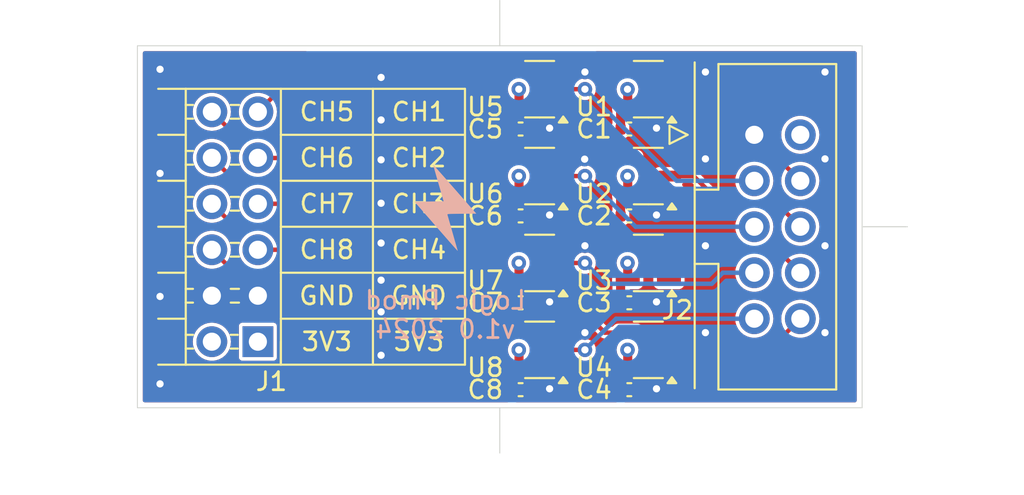
<source format=kicad_pcb>
(kicad_pcb (version 20240108) (generator "pcbnew") (generator_version "8.0")
  (title_block (title "Logic Pmod") (date "2024-03-01") (rev "v1.0") (company "Spark Engineering"))
  (layers (0 "F.Cu" mixed) (1 "In1.Cu" power) (2 "In2.Cu" power) (31 "B.Cu" mixed) (34 "B.Paste" user) (35 "F.Paste" user) (36 "B.SilkS" user "B.Silkscreen") (37 "F.SilkS" user "F.Silkscreen") (38 "B.Mask" user) (39 "F.Mask" user) (44 "Edge.Cuts" user))
  (net 0 "")
  (net 1 "/CH1")
  (net 2 "/IN1")
  (net 3 "+3V3")
  (net 4 "GND")
  (net 6 "/CH2")
  (net 7 "/IN2")
  (net 9 "/IN3")
  (net 11 "/CH3")
  (net 12 "/IN4")
  (net 13 "/CH4")
  (net 15 "/IN5")
  (net 16 "/CH5")
  (net 18 "/IN6")
  (net 20 "/CH6")
  (net 22 "/IN7")
  (net 23 "/CH7")
  (net 25 "/IN8")
  (net 26 "/CH8")
  (footprint "Capacitor_SMD:C_0402_1005Metric" (layer "F.Cu") (at 156.75 111.6)
    (property "Reference" "C2" (at -1.95 0 0) (layer "F.SilkS"))
    (property "Value" "100nF")
    (fp_line (start -0.107836 -0.36) (end 0.107836 -0.36) (stroke (width 0.12)) (layer "F.SilkS"))
    (fp_line (start -0.107836 0.36) (end 0.107836 0.36) (stroke (width 0.12)) (layer "F.SilkS"))
    (pad "1" smd roundrect (at -0.48 0) (size 0.56 0.62) (layers "F.Cu" "F.Paste" "F.Mask") (net 3 "+3V3"))
    (pad "2" smd roundrect (at 0.48 0) (size 0.56 0.62) (layers "F.Cu" "F.Paste" "F.Mask") (net 4 "GND"))
  )
  (footprint "Package_TO_SOT_SMD:SOT-23-5" (layer "F.Cu") (at 157.8 119 180)
    (property "Reference" "U4" (at 3 -0.975 180) (layer "F.SilkS"))
    (property "Value" "SN74LV1T34DBV")
    (fp_line (start 0 1.56) (end 0.8 1.56) (stroke (width 0.12)) (layer "F.SilkS"))
    (fp_line (start 0 1.56) (end -0.8 1.56) (stroke (width 0.12)) (layer "F.SilkS"))
    (fp_line (start 0 -1.56) (end 0.8 -1.56) (stroke (width 0.12)) (layer "F.SilkS"))
    (fp_line (start 0 -1.56) (end -0.8 -1.56) (stroke (width 0.12)) (layer "F.SilkS"))
    (fp_poly (pts (xy -1.3 -1.51) (xy -1.54 -1.84) (xy -1.06 -1.84) (xy -1.3 -1.51)) (stroke (width 0.12)) (fill solid) (layer "F.SilkS"))
    (pad "1" smd roundrect (at -1.1375 -0.95 180) (size 1.325 0.6) (layers "F.Cu" "F.Paste" "F.Mask"))
    (pad "2" smd roundrect (at -1.1375 0 180) (size 1.325 0.6) (layers "F.Cu" "F.Paste" "F.Mask") (net 12 "/IN4"))
    (pad "3" smd roundrect (at -1.1375 0.95 180) (size 1.325 0.6) (layers "F.Cu" "F.Paste" "F.Mask") (net 4 "GND"))
    (pad "4" smd roundrect (at 1.1375 0.95 180) (size 1.325 0.6) (layers "F.Cu" "F.Paste" "F.Mask") (net 13 "/CH4"))
    (pad "5" smd roundrect (at 1.1375 -0.95 180) (size 1.325 0.6) (layers "F.Cu" "F.Paste" "F.Mask") (net 3 "+3V3"))
  )
  (footprint "Capacitor_SMD:C_0402_1005Metric" (layer "F.Cu") (at 150.75 121.2)
    (property "Reference" "C8" (at -1.95 0 0) (layer "F.SilkS"))
    (property "Value" "100nF")
    (fp_line (start -0.107836 -0.36) (end 0.107836 -0.36) (stroke (width 0.12)) (layer "F.SilkS"))
    (fp_line (start -0.107836 0.36) (end 0.107836 0.36) (stroke (width 0.12)) (layer "F.SilkS"))
    (pad "1" smd roundrect (at -0.48 0) (size 0.56 0.62) (layers "F.Cu" "F.Paste" "F.Mask") (net 3 "+3V3"))
    (pad "2" smd roundrect (at 0.48 0) (size 0.56 0.62) (layers "F.Cu" "F.Paste" "F.Mask") (net 4 "GND"))
  )
  (footprint "Capacitor_SMD:C_0402_1005Metric" (layer "F.Cu") (at 156.75 116.4)
    (property "Reference" "C3" (at -1.95 0 0) (layer "F.SilkS"))
    (property "Value" "100nF")
    (fp_line (start -0.107836 -0.36) (end 0.107836 -0.36) (stroke (width 0.12)) (layer "F.SilkS"))
    (fp_line (start -0.107836 0.36) (end 0.107836 0.36) (stroke (width 0.12)) (layer "F.SilkS"))
    (pad "1" smd roundrect (at -0.48 0) (size 0.56 0.62) (layers "F.Cu" "F.Paste" "F.Mask") (net 3 "+3V3"))
    (pad "2" smd roundrect (at 0.48 0) (size 0.56 0.62) (layers "F.Cu" "F.Paste" "F.Mask") (net 4 "GND"))
  )
  (footprint "Package_TO_SOT_SMD:SOT-23-5" (layer "F.Cu") (at 151.8 109.4 180)
    (property "Reference" "U6" (at 3 -0.975 180) (layer "F.SilkS"))
    (property "Value" "SN74LV1T34DBV")
    (fp_line (start 0 1.56) (end 0.8 1.56) (stroke (width 0.12)) (layer "F.SilkS"))
    (fp_line (start 0 1.56) (end -0.8 1.56) (stroke (width 0.12)) (layer "F.SilkS"))
    (fp_line (start 0 -1.56) (end 0.8 -1.56) (stroke (width 0.12)) (layer "F.SilkS"))
    (fp_line (start 0 -1.56) (end -0.8 -1.56) (stroke (width 0.12)) (layer "F.SilkS"))
    (fp_poly (pts (xy -1.3 -1.51) (xy -1.54 -1.84) (xy -1.06 -1.84) (xy -1.3 -1.51)) (stroke (width 0.12)) (fill solid) (layer "F.SilkS"))
    (pad "1" smd roundrect (at -1.1375 -0.95 180) (size 1.325 0.6) (layers "F.Cu" "F.Paste" "F.Mask"))
    (pad "2" smd roundrect (at -1.1375 0 180) (size 1.325 0.6) (layers "F.Cu" "F.Paste" "F.Mask") (net 18 "/IN6"))
    (pad "3" smd roundrect (at -1.1375 0.95 180) (size 1.325 0.6) (layers "F.Cu" "F.Paste" "F.Mask") (net 4 "GND"))
    (pad "4" smd roundrect (at 1.1375 0.95 180) (size 1.325 0.6) (layers "F.Cu" "F.Paste" "F.Mask") (net 20 "/CH6"))
    (pad "5" smd roundrect (at 1.1375 -0.95 180) (size 1.325 0.6) (layers "F.Cu" "F.Paste" "F.Mask") (net 3 "+3V3"))
  )
  (footprint "Package_TO_SOT_SMD:SOT-23-5" (layer "F.Cu") (at 151.8 114.2 180)
    (property "Reference" "U7" (at 3 -0.975 180) (layer "F.SilkS"))
    (property "Value" "SN74LV1T34DBV")
    (fp_line (start 0 1.56) (end 0.8 1.56) (stroke (width 0.12)) (layer "F.SilkS"))
    (fp_line (start 0 1.56) (end -0.8 1.56) (stroke (width 0.12)) (layer "F.SilkS"))
    (fp_line (start 0 -1.56) (end 0.8 -1.56) (stroke (width 0.12)) (layer "F.SilkS"))
    (fp_line (start 0 -1.56) (end -0.8 -1.56) (stroke (width 0.12)) (layer "F.SilkS"))
    (fp_poly (pts (xy -1.3 -1.51) (xy -1.54 -1.84) (xy -1.06 -1.84) (xy -1.3 -1.51)) (stroke (width 0.12)) (fill solid) (layer "F.SilkS"))
    (pad "1" smd roundrect (at -1.1375 -0.95 180) (size 1.325 0.6) (layers "F.Cu" "F.Paste" "F.Mask"))
    (pad "2" smd roundrect (at -1.1375 0 180) (size 1.325 0.6) (layers "F.Cu" "F.Paste" "F.Mask") (net 22 "/IN7"))
    (pad "3" smd roundrect (at -1.1375 0.95 180) (size 1.325 0.6) (layers "F.Cu" "F.Paste" "F.Mask") (net 4 "GND"))
    (pad "4" smd roundrect (at 1.1375 0.95 180) (size 1.325 0.6) (layers "F.Cu" "F.Paste" "F.Mask") (net 23 "/CH7"))
    (pad "5" smd roundrect (at 1.1375 -0.95 180) (size 1.325 0.6) (layers "F.Cu" "F.Paste" "F.Mask") (net 3 "+3V3"))
  )
  (footprint "Capacitor_SMD:C_0402_1005Metric" (layer "F.Cu") (at 156.75 106.8)
    (property "Reference" "C1" (at -1.95 0 0) (layer "F.SilkS"))
    (property "Value" "100nF")
    (fp_line (start -0.107836 -0.36) (end 0.107836 -0.36) (stroke (width 0.12)) (layer "F.SilkS"))
    (fp_line (start -0.107836 0.36) (end 0.107836 0.36) (stroke (width 0.12)) (layer "F.SilkS"))
    (pad "1" smd roundrect (at -0.48 0) (size 0.56 0.62) (layers "F.Cu" "F.Paste" "F.Mask") (net 3 "+3V3"))
    (pad "2" smd roundrect (at 0.48 0) (size 0.56 0.62) (layers "F.Cu" "F.Paste" "F.Mask") (net 4 "GND"))
  )
  (footprint "Package_TO_SOT_SMD:SOT-23-5" (layer "F.Cu") (at 157.8 109.4 180)
    (property "Reference" "U2" (at 3 -0.975 180) (layer "F.SilkS"))
    (property "Value" "SN74LV1T34DBV")
    (fp_line (start 0 1.56) (end 0.8 1.56) (stroke (width 0.12)) (layer "F.SilkS"))
    (fp_line (start 0 1.56) (end -0.8 1.56) (stroke (width 0.12)) (layer "F.SilkS"))
    (fp_line (start 0 -1.56) (end 0.8 -1.56) (stroke (width 0.12)) (layer "F.SilkS"))
    (fp_line (start 0 -1.56) (end -0.8 -1.56) (stroke (width 0.12)) (layer "F.SilkS"))
    (fp_poly (pts (xy -1.3 -1.51) (xy -1.54 -1.84) (xy -1.06 -1.84) (xy -1.3 -1.51)) (stroke (width 0.12)) (fill solid) (layer "F.SilkS"))
    (pad "1" smd roundrect (at -1.1375 -0.95 180) (size 1.325 0.6) (layers "F.Cu" "F.Paste" "F.Mask"))
    (pad "2" smd roundrect (at -1.1375 0 180) (size 1.325 0.6) (layers "F.Cu" "F.Paste" "F.Mask") (net 7 "/IN2"))
    (pad "3" smd roundrect (at -1.1375 0.95 180) (size 1.325 0.6) (layers "F.Cu" "F.Paste" "F.Mask") (net 4 "GND"))
    (pad "4" smd roundrect (at 1.1375 0.95 180) (size 1.325 0.6) (layers "F.Cu" "F.Paste" "F.Mask") (net 6 "/CH2"))
    (pad "5" smd roundrect (at 1.1375 -0.95 180) (size 1.325 0.6) (layers "F.Cu" "F.Paste" "F.Mask") (net 3 "+3V3"))
  )
  (footprint "Package_TO_SOT_SMD:SOT-23-5" (layer "F.Cu") (at 157.8 104.6 180)
    (property "Reference" "U1" (at 3 -0.975 180) (layer "F.SilkS"))
    (property "Value" "SN74LV1T34DBV")
    (fp_line (start 0 1.56) (end 0.8 1.56) (stroke (width 0.12)) (layer "F.SilkS"))
    (fp_line (start 0 1.56) (end -0.8 1.56) (stroke (width 0.12)) (layer "F.SilkS"))
    (fp_line (start 0 -1.56) (end 0.8 -1.56) (stroke (width 0.12)) (layer "F.SilkS"))
    (fp_line (start 0 -1.56) (end -0.8 -1.56) (stroke (width 0.12)) (layer "F.SilkS"))
    (fp_poly (pts (xy -1.3 -1.51) (xy -1.54 -1.84) (xy -1.06 -1.84) (xy -1.3 -1.51)) (stroke (width 0.12)) (fill solid) (layer "F.SilkS"))
    (pad "1" smd roundrect (at -1.1375 -0.95 180) (size 1.325 0.6) (layers "F.Cu" "F.Paste" "F.Mask"))
    (pad "2" smd roundrect (at -1.1375 0 180) (size 1.325 0.6) (layers "F.Cu" "F.Paste" "F.Mask") (net 2 "/IN1"))
    (pad "3" smd roundrect (at -1.1375 0.95 180) (size 1.325 0.6) (layers "F.Cu" "F.Paste" "F.Mask") (net 4 "GND"))
    (pad "4" smd roundrect (at 1.1375 0.95 180) (size 1.325 0.6) (layers "F.Cu" "F.Paste" "F.Mask") (net 1 "/CH1"))
    (pad "5" smd roundrect (at 1.1375 -0.95 180) (size 1.325 0.6) (layers "F.Cu" "F.Paste" "F.Mask") (net 3 "+3V3"))
  )
  (footprint "Package_TO_SOT_SMD:SOT-23-5" (layer "F.Cu") (at 157.8 114.2 180)
    (property "Reference" "U3" (at 3 -0.975 180) (layer "F.SilkS"))
    (property "Value" "SN74LV1T34DBV")
    (fp_line (start 0 1.56) (end 0.8 1.56) (stroke (width 0.12)) (layer "F.SilkS"))
    (fp_line (start 0 1.56) (end -0.8 1.56) (stroke (width 0.12)) (layer "F.SilkS"))
    (fp_line (start 0 -1.56) (end 0.8 -1.56) (stroke (width 0.12)) (layer "F.SilkS"))
    (fp_line (start 0 -1.56) (end -0.8 -1.56) (stroke (width 0.12)) (layer "F.SilkS"))
    (fp_poly (pts (xy -1.3 -1.51) (xy -1.54 -1.84) (xy -1.06 -1.84) (xy -1.3 -1.51)) (stroke (width 0.12)) (fill solid) (layer "F.SilkS"))
    (pad "1" smd roundrect (at -1.1375 -0.95 180) (size 1.325 0.6) (layers "F.Cu" "F.Paste" "F.Mask"))
    (pad "2" smd roundrect (at -1.1375 0 180) (size 1.325 0.6) (layers "F.Cu" "F.Paste" "F.Mask") (net 9 "/IN3"))
    (pad "3" smd roundrect (at -1.1375 0.95 180) (size 1.325 0.6) (layers "F.Cu" "F.Paste" "F.Mask") (net 4 "GND"))
    (pad "4" smd roundrect (at 1.1375 0.95 180) (size 1.325 0.6) (layers "F.Cu" "F.Paste" "F.Mask") (net 11 "/CH3"))
    (pad "5" smd roundrect (at 1.1375 -0.95 180) (size 1.325 0.6) (layers "F.Cu" "F.Paste" "F.Mask") (net 3 "+3V3"))
  )
  (footprint "Capacitor_SMD:C_0402_1005Metric" (layer "F.Cu") (at 150.75 116.4)
    (property "Reference" "C7" (at -1.95 0 0) (layer "F.SilkS"))
    (property "Value" "100nF")
    (fp_line (start -0.107836 -0.36) (end 0.107836 -0.36) (stroke (width 0.12)) (layer "F.SilkS"))
    (fp_line (start -0.107836 0.36) (end 0.107836 0.36) (stroke (width 0.12)) (layer "F.SilkS"))
    (pad "1" smd roundrect (at -0.48 0) (size 0.56 0.62) (layers "F.Cu" "F.Paste" "F.Mask") (net 3 "+3V3"))
    (pad "2" smd roundrect (at 0.48 0) (size 0.56 0.62) (layers "F.Cu" "F.Paste" "F.Mask") (net 4 "GND"))
  )
  (footprint "logic-pmod:PinHeader_2x06_P2.54mm_Horizontal" (layer "F.Cu") (at 136.25 118.55 180)
    (property "Reference" "J1" (at -0.75 -2.2 180) (layer "F.SilkS"))
    (property "Value" "Conn_02x06_Odd_Even")
    (fp_line (start 5.5 -1.27) (end 3.98 -1.27) (stroke (width 0.12)) (layer "F.SilkS"))
    (fp_line (start 3.98 13.97) (end 5.5 13.97) (stroke (width 0.12)) (layer "F.SilkS"))
    (fp_line (start 3.98 11.43) (end 5.5 11.43) (stroke (width 0.12)) (layer "F.SilkS"))
    (fp_line (start 3.98 8.89) (end 5.5 8.89) (stroke (width 0.12)) (layer "F.SilkS"))
    (fp_line (start 3.98 6.35) (end 5.5 6.35) (stroke (width 0.12)) (layer "F.SilkS"))
    (fp_line (start 3.98 3.81) (end 5.5 3.81) (stroke (width 0.12)) (layer "F.SilkS"))
    (fp_line (start 3.98 1.27) (end 5.5 1.27) (stroke (width 0.12)) (layer "F.SilkS"))
    (fp_line (start 3.98 -1.27) (end 3.98 13.97) (stroke (width 0.12)) (layer "F.SilkS"))
    (fp_line (start 3.582929 13.08) (end 3.98 13.08) (stroke (width 0.12)) (layer "F.SilkS"))
    (fp_line (start 3.582929 12.32) (end 3.98 12.32) (stroke (width 0.12)) (layer "F.SilkS"))
    (fp_line (start 3.582929 10.54) (end 3.98 10.54) (stroke (width 0.12)) (layer "F.SilkS"))
    (fp_line (start 3.582929 9.78) (end 3.98 9.78) (stroke (width 0.12)) (layer "F.SilkS"))
    (fp_line (start 3.582929 8) (end 3.98 8) (stroke (width 0.12)) (layer "F.SilkS"))
    (fp_line (start 3.582929 7.24) (end 3.98 7.24) (stroke (width 0.12)) (layer "F.SilkS"))
    (fp_line (start 3.582929 5.46) (end 3.98 5.46) (stroke (width 0.12)) (layer "F.SilkS"))
    (fp_line (start 3.582929 4.7) (end 3.98 4.7) (stroke (width 0.12)) (layer "F.SilkS"))
    (fp_line (start 3.582929 2.92) (end 3.98 2.92) (stroke (width 0.12)) (layer "F.SilkS"))
    (fp_line (start 3.582929 2.16) (end 3.98 2.16) (stroke (width 0.12)) (layer "F.SilkS"))
    (fp_line (start 3.582929 0.38) (end 3.98 0.38) (stroke (width 0.12)) (layer "F.SilkS"))
    (fp_line (start 3.582929 -0.38) (end 3.98 -0.38) (stroke (width 0.12)) (layer "F.SilkS"))
    (fp_line (start 1.11 0.38) (end 1.497071 0.38) (stroke (width 0.12)) (layer "F.SilkS"))
    (fp_line (start 1.11 -0.38) (end 1.497071 -0.38) (stroke (width 0.12)) (layer "F.SilkS"))
    (fp_line (start 1.042929 13.08) (end 1.497071 13.08) (stroke (width 0.12)) (layer "F.SilkS"))
    (fp_line (start 1.042929 12.32) (end 1.497071 12.32) (stroke (width 0.12)) (layer "F.SilkS"))
    (fp_line (start 1.042929 10.54) (end 1.497071 10.54) (stroke (width 0.12)) (layer "F.SilkS"))
    (fp_line (start 1.042929 9.78) (end 1.497071 9.78) (stroke (width 0.12)) (layer "F.SilkS"))
    (fp_line (start 1.042929 8) (end 1.497071 8) (stroke (width 0.12)) (layer "F.SilkS"))
    (fp_line (start 1.042929 7.24) (end 1.497071 7.24) (stroke (width 0.12)) (layer "F.SilkS"))
    (fp_line (start 1.042929 5.46) (end 1.497071 5.46) (stroke (width 0.12)) (layer "F.SilkS"))
    (fp_line (start 1.042929 4.7) (end 1.497071 4.7) (stroke (width 0.12)) (layer "F.SilkS"))
    (fp_line (start 1.042929 2.92) (end 1.497071 2.92) (stroke (width 0.12)) (layer "F.SilkS"))
    (fp_line (start 1.042929 2.16) (end 1.497071 2.16) (stroke (width 0.12)) (layer "F.SilkS"))
    (fp_line (start -1.27 0) (end -1.27 -1.27) (stroke (width 0.12)) (layer "F.SilkS"))
    (pad "1" thru_hole rect (at 0 0 180) (size 1.7 1.7) (drill 1) (layers "*.Cu" "*.Mask") (net 3 "+3V3"))
    (pad "2" thru_hole oval (at 2.54 0 180) (size 1.7 1.7) (drill 1) (layers "*.Cu" "*.Mask") (net 3 "+3V3"))
    (pad "3" thru_hole oval (at 0 2.54 180) (size 1.7 1.7) (drill 1) (layers "*.Cu" "*.Mask") (net 4 "GND"))
    (pad "4" thru_hole oval (at 2.54 2.54 180) (size 1.7 1.7) (drill 1) (layers "*.Cu" "*.Mask") (net 4 "GND"))
    (pad "5" thru_hole oval (at 0 5.08 180) (size 1.7 1.7) (drill 1) (layers "*.Cu" "*.Mask") (net 13 "/CH4"))
    (pad "6" thru_hole oval (at 2.54 5.08 180) (size 1.7 1.7) (drill 1) (layers "*.Cu" "*.Mask") (net 26 "/CH8"))
    (pad "7" thru_hole oval (at 0 7.62 180) (size 1.7 1.7) (drill 1) (layers "*.Cu" "*.Mask") (net 11 "/CH3"))
    (pad "8" thru_hole oval (at 2.54 7.62 180) (size 1.7 1.7) (drill 1) (layers "*.Cu" "*.Mask") (net 23 "/CH7"))
    (pad "9" thru_hole oval (at 0 10.16 180) (size 1.7 1.7) (drill 1) (layers "*.Cu" "*.Mask") (net 6 "/CH2"))
    (pad "10" thru_hole oval (at 2.54 10.16 180) (size 1.7 1.7) (drill 1) (layers "*.Cu" "*.Mask") (net 20 "/CH6"))
    (pad "11" thru_hole oval (at 0 12.7 180) (size 1.7 1.7) (drill 1) (layers "*.Cu" "*.Mask") (net 1 "/CH1"))
    (pad "12" thru_hole oval (at 2.54 12.7 180) (size 1.7 1.7) (drill 1) (layers "*.Cu" "*.Mask") (net 16 "/CH5"))
  )
  (footprint "logic-pmod:IDC-Header_2x05_P2.54mm_Vertical" (layer "F.Cu") (at 163.6475 107.12)
    (property "Reference" "J2" (at -4.2475 9.68 0) (layer "F.SilkS"))
    (property "Value" "Conn_02x05_Odd_Even")
    (fp_line (start -4.68 -0.5) (end -4.68 0.5) (stroke (width 0.12)) (layer "F.SilkS"))
    (fp_line (start -4.68 0.5) (end -3.68 0) (stroke (width 0.12)) (layer "F.SilkS"))
    (fp_line (start -3.68 0) (end -4.68 -0.5) (stroke (width 0.12)) (layer "F.SilkS"))
    (fp_line (start -3.29 3.03) (end -1.98 3.03) (stroke (width 0.12)) (layer "F.SilkS"))
    (fp_line (start -3.29 14) (end -3.29 -4) (stroke (width 0.12)) (layer "F.SilkS"))
    (fp_line (start -1.98 -3.91) (end 4.52 -3.91) (stroke (width 0.12)) (layer "F.SilkS"))
    (fp_line (start -1.98 3.03) (end -1.98 -3.91) (stroke (width 0.12)) (layer "F.SilkS"))
    (fp_line (start -1.98 7.13) (end -3.29 7.13) (stroke (width 0.12)) (layer "F.SilkS"))
    (fp_line (start -1.98 7.13) (end -1.98 7.13) (stroke (width 0.12)) (layer "F.SilkS"))
    (fp_line (start -1.98 14.07) (end -1.98 7.13) (stroke (width 0.12)) (layer "F.SilkS"))
    (fp_line (start 4.52 -3.91) (end 4.52 14.07) (stroke (width 0.12)) (layer "F.SilkS"))
    (fp_line (start 4.52 14.07) (end -1.98 14.07) (stroke (width 0.12)) (layer "F.SilkS"))
    (pad "1" thru_hole roundrect (at 0 0) (size 1.7 1.7) (drill 1) (layers "*.Cu" "*.Mask") (roundrect_rratio 0.147059) (net 4 "GND"))
    (pad "2" thru_hole circle (at 2.54 0) (size 1.7 1.7) (drill 1) (layers "*.Cu" "*.Mask") (net 3 "+3V3"))
    (pad "3" thru_hole circle (at 0 2.54) (size 1.7 1.7) (drill 1) (layers "*.Cu" "*.Mask") (net 15 "/IN5"))
    (pad "4" thru_hole circle (at 2.54 2.54) (size 1.7 1.7) (drill 1) (layers "*.Cu" "*.Mask") (net 2 "/IN1"))
    (pad "5" thru_hole circle (at 0 5.08) (size 1.7 1.7) (drill 1) (layers "*.Cu" "*.Mask") (net 18 "/IN6"))
    (pad "6" thru_hole circle (at 2.54 5.08) (size 1.7 1.7) (drill 1) (layers "*.Cu" "*.Mask") (net 7 "/IN2"))
    (pad "7" thru_hole circle (at 0 7.62) (size 1.7 1.7) (drill 1) (layers "*.Cu" "*.Mask") (net 22 "/IN7"))
    (pad "8" thru_hole circle (at 2.54 7.62) (size 1.7 1.7) (drill 1) (layers "*.Cu" "*.Mask") (net 9 "/IN3"))
    (pad "9" thru_hole circle (at 0 10.16) (size 1.7 1.7) (drill 1) (layers "*.Cu" "*.Mask") (net 25 "/IN8"))
    (pad "10" thru_hole circle (at 2.54 10.16) (size 1.7 1.7) (drill 1) (layers "*.Cu" "*.Mask") (net 12 "/IN4"))
  )
  (footprint "Capacitor_SMD:C_0402_1005Metric" (layer "F.Cu") (at 156.75 121.2)
    (property "Reference" "C4" (at -1.95 0 0) (layer "F.SilkS"))
    (property "Value" "100nF")
    (fp_line (start -0.107836 -0.36) (end 0.107836 -0.36) (stroke (width 0.12)) (layer "F.SilkS"))
    (fp_line (start -0.107836 0.36) (end 0.107836 0.36) (stroke (width 0.12)) (layer "F.SilkS"))
    (pad "1" smd roundrect (at -0.48 0) (size 0.56 0.62) (layers "F.Cu" "F.Paste" "F.Mask") (net 3 "+3V3"))
    (pad "2" smd roundrect (at 0.48 0) (size 0.56 0.62) (layers "F.Cu" "F.Paste" "F.Mask") (net 4 "GND"))
  )
  (footprint "Capacitor_SMD:C_0402_1005Metric" (layer "F.Cu") (at 150.75 111.6)
    (property "Reference" "C6" (at -1.95 0 0) (layer "F.SilkS"))
    (property "Value" "100nF")
    (fp_line (start -0.107836 -0.36) (end 0.107836 -0.36) (stroke (width 0.12)) (layer "F.SilkS"))
    (fp_line (start -0.107836 0.36) (end 0.107836 0.36) (stroke (width 0.12)) (layer "F.SilkS"))
    (pad "1" smd roundrect (at -0.48 0) (size 0.56 0.62) (layers "F.Cu" "F.Paste" "F.Mask") (net 3 "+3V3"))
    (pad "2" smd roundrect (at 0.48 0) (size 0.56 0.62) (layers "F.Cu" "F.Paste" "F.Mask") (net 4 "GND"))
  )
  (footprint "Package_TO_SOT_SMD:SOT-23-5" (layer "F.Cu") (at 151.8 119 180)
    (property "Reference" "U8" (at 3 -0.975 180) (layer "F.SilkS"))
    (property "Value" "SN74LV1T34DBV")
    (fp_line (start 0 1.56) (end 0.8 1.56) (stroke (width 0.12)) (layer "F.SilkS"))
    (fp_line (start 0 1.56) (end -0.8 1.56) (stroke (width 0.12)) (layer "F.SilkS"))
    (fp_line (start 0 -1.56) (end 0.8 -1.56) (stroke (width 0.12)) (layer "F.SilkS"))
    (fp_line (start 0 -1.56) (end -0.8 -1.56) (stroke (width 0.12)) (layer "F.SilkS"))
    (fp_poly (pts (xy -1.3 -1.51) (xy -1.54 -1.84) (xy -1.06 -1.84) (xy -1.3 -1.51)) (stroke (width 0.12)) (fill solid) (layer "F.SilkS"))
    (pad "1" smd roundrect (at -1.1375 -0.95 180) (size 1.325 0.6) (layers "F.Cu" "F.Paste" "F.Mask"))
    (pad "2" smd roundrect (at -1.1375 0 180) (size 1.325 0.6) (layers "F.Cu" "F.Paste" "F.Mask") (net 25 "/IN8"))
    (pad "3" smd roundrect (at -1.1375 0.95 180) (size 1.325 0.6) (layers "F.Cu" "F.Paste" "F.Mask") (net 4 "GND"))
    (pad "4" smd roundrect (at 1.1375 0.95 180) (size 1.325 0.6) (layers "F.Cu" "F.Paste" "F.Mask") (net 26 "/CH8"))
    (pad "5" smd roundrect (at 1.1375 -0.95 180) (size 1.325 0.6) (layers "F.Cu" "F.Paste" "F.Mask") (net 3 "+3V3"))
  )
  (footprint "Capacitor_SMD:C_0402_1005Metric" (layer "F.Cu") (at 150.75 106.8)
    (property "Reference" "C5" (at -1.95 0 0) (layer "F.SilkS"))
    (property "Value" "100nF")
    (fp_line (start -0.107836 -0.36) (end 0.107836 -0.36) (stroke (width 0.12)) (layer "F.SilkS"))
    (fp_line (start -0.107836 0.36) (end 0.107836 0.36) (stroke (width 0.12)) (layer "F.SilkS"))
    (pad "1" smd roundrect (at -0.48 0) (size 0.56 0.62) (layers "F.Cu" "F.Paste" "F.Mask") (net 3 "+3V3"))
    (pad "2" smd roundrect (at 0.48 0) (size 0.56 0.62) (layers "F.Cu" "F.Paste" "F.Mask") (net 4 "GND"))
  )
  (footprint "Package_TO_SOT_SMD:SOT-23-5" (layer "F.Cu") (at 151.8 104.6 180)
    (property "Reference" "U5" (at 3 -0.975 180) (layer "F.SilkS"))
    (property "Value" "SN74LV1T34DBV")
    (fp_line (start 0 1.56) (end 0.8 1.56) (stroke (width 0.12)) (layer "F.SilkS"))
    (fp_line (start 0 1.56) (end -0.8 1.56) (stroke (width 0.12)) (layer "F.SilkS"))
    (fp_line (start 0 -1.56) (end 0.8 -1.56) (stroke (width 0.12)) (layer "F.SilkS"))
    (fp_line (start 0 -1.56) (end -0.8 -1.56) (stroke (width 0.12)) (layer "F.SilkS"))
    (fp_poly (pts (xy -1.3 -1.51) (xy -1.54 -1.84) (xy -1.06 -1.84) (xy -1.3 -1.51)) (stroke (width 0.12)) (fill solid) (layer "F.SilkS"))
    (pad "1" smd roundrect (at -1.1375 -0.95 180) (size 1.325 0.6) (layers "F.Cu" "F.Paste" "F.Mask"))
    (pad "2" smd roundrect (at -1.1375 0 180) (size 1.325 0.6) (layers "F.Cu" "F.Paste" "F.Mask") (net 15 "/IN5"))
    (pad "3" smd roundrect (at -1.1375 0.95 180) (size 1.325 0.6) (layers "F.Cu" "F.Paste" "F.Mask") (net 4 "GND"))
    (pad "4" smd roundrect (at 1.1375 0.95 180) (size 1.325 0.6) (layers "F.Cu" "F.Paste" "F.Mask") (net 16 "/CH5"))
    (pad "5" smd roundrect (at 1.1375 -0.95 180) (size 1.325 0.6) (layers "F.Cu" "F.Paste" "F.Mask") (net 3 "+3V3"))
  )
  (footprint "logic-pmod:spark-engineering" (layer "B.Cu") (at 146.741884 111.146164 180)
    (property "Reference" "REF**" (hide yes))
    (property "Value" "spark-engineering")
    (fp_poly (pts (xy 0.821053 2.376731) (xy 0.814365 2.349762) (xy 0.795466 2.280816) (xy 0.765758 2.174827) (xy 0.726642 2.03673) (xy 0.679517 1.871459) (xy 0.625784 1.683948) (xy 0.566845 1.479132) (xy 0.531153 1.355481) (xy 0.241787 0.354135) (xy 1.045048 0.341923) (xy 1.848309 0.329712) (xy 0.697824 -0.989135) (xy 0.467856 -1.252739) (xy 0.267929 -1.481836) (xy 0.095978 -1.678734) (xy -0.050059 -1.845741) (xy -0.172247 -1.985164) (xy -0.272648 -2.099311) (xy -0.353326 -2.190489) (xy -0.416345 -2.261006) (xy -0.463768 -2.313171) (xy -0.497658 -2.349289) (xy -0.520079 -2.371671) (xy -0.533094 -2.382622) (xy -0.538767 -2.384451) (xy -0.53916 -2.379465) (xy -0.536338 -2.369973) (xy -0.536019 -2.369038) (xy -0.526783 -2.338202) (xy -0.505707 -2.265571) (xy -0.474277 -2.156342) (xy -0.433983 -2.015711) (xy -0.386313 -1.848877) (xy -0.332755 -1.661037) (xy -0.274797 -1.457386) (xy -0.252773 -1.379904) (xy -0.193539 -1.171499) (xy -0.138165 -0.976765) (xy -0.08814 -0.800939) (xy -0.044958 -0.649257) (xy -0.010109 -0.526959) (xy 0.014917 -0.43928) (xy 0.028627 -0.391458) (xy 0.030509 -0.384995) (xy 0.031261 -0.373388) (xy 0.022687 -0.36403) (xy 0 -0.356624) (xy -0.04159 -0.350875) (xy -0.106869 -0.346487) (xy -0.200628 -0.343165) (xy -0.327654 -0.340613) (xy -0.492737 -0.338535) (xy -0.700663 -0.336636) (xy -0.760706 -0.336148) (xy -1.564542 -0.329712) (xy -0.371477 1.033462) (xy -0.178928 1.253213) (xy 0.003979 1.461467) (xy 0.174752 1.655419) (xy 0.330898 1.83226) (xy 0.469926 1.989183) (xy 0.589342 2.123382) (xy 0.686655 2.232048) (xy 0.759372 2.312374) (xy 0.805001 2.361554) (xy 0.82105 2.376779)) (fill solid) (layer "B.SilkS"))
  )
  (gr_line (start 137.52 109.66) (end 147.68 109.66) (stroke (width 0.12)) (layer "F.SilkS"))
  (gr_line (start 137.52 104.58) (end 137.52 119.82) (stroke (width 0.12)) (layer "F.SilkS"))
  (gr_line (start 132.27 119.82) (end 147.68 119.82) (stroke (width 0.12)) (layer "F.SilkS"))
  (gr_line (start 137.52 107.12) (end 147.68 107.12) (stroke (width 0.12)) (layer "F.SilkS"))
  (gr_line (start 137.52 114.74) (end 147.68 114.74) (stroke (width 0.12)) (layer "F.SilkS"))
  (gr_line (start 132.27 104.58) (end 147.68 104.58) (stroke (width 0.12)) (layer "F.SilkS"))
  (gr_line (start 142.6 104.58) (end 142.6 119.82) (stroke (width 0.12)) (layer "F.SilkS"))
  (gr_line (start 147.68 119.82) (end 147.68 104.58) (stroke (width 0.12)) (layer "F.SilkS"))
  (gr_line (start 137.52 112.2) (end 147.68 112.2) (stroke (width 0.12)) (layer "F.SilkS"))
  (gr_line (start 137.52 117.28) (end 147.68 117.28) (stroke (width 0.12)) (layer "F.SilkS"))
  (gr_line (start 149.6 102.2) (end 149.6 99.7) (stroke (width 0.05588)) (layer "Edge.Cuts"))
  (gr_rect (start 129.6 102.2) (end 169.6 122.2) (stroke (width 0.05)) (fill none) (layer "Edge.Cuts"))
  (gr_line (start 149.6 122.2) (end 149.6 124.7) (stroke (width 0.05588)) (layer "Edge.Cuts"))
  (gr_line (start 169.6 112.2) (end 172.1 112.2) (stroke (width 0.05588)) (layer "Edge.Cuts"))
  (gr_text "Logic Pmod\nv1.0 2024" (at 146.6 118.45 0) (layer "B.SilkS") (effects (font (size 1 1)) (justify bottom mirror)))
  (gr_text "GND" (at 140.06 116.01 0) (layer "F.SilkS") (effects (font (size 1 1))))
  (gr_text "CH3" (at 145.14 110.93 0) (layer "F.SilkS") (effects (font (size 1 1))))
  (gr_text "CH1" (at 145.14 105.85 0) (layer "F.SilkS") (effects (font (size 1 1))))
  (gr_text "GND" (at 145.14 116.01 0) (layer "F.SilkS") (effects (font (size 1 1))))
  (gr_text "CH4" (at 145.14 113.47 0) (layer "F.SilkS") (effects (font (size 1 1))))
  (gr_text "CH2" (at 145.14 108.39 0) (layer "F.SilkS") (effects (font (size 1 1))))
  (gr_text "3V3" (at 145.14 118.55 0) (layer "F.SilkS") (effects (font (size 1 1))))
  (gr_text "CH7" (at 140.06 110.93 0) (layer "F.SilkS") (effects (font (size 1 1))))
  (gr_text "CH8" (at 140.06 113.47 0) (layer "F.SilkS") (effects (font (size 1 1))))
  (gr_text "CH6" (at 140.06 108.39 0) (layer "F.SilkS") (effects (font (size 1 1))))
  (gr_text "CH5" (at 140.06 105.85 0) (layer "F.SilkS") (effects (font (size 1 1))))
  (gr_text "3V3" (at 140.06 118.55 0) (layer "F.SilkS") (effects (font (size 1 1))))
  (segment (start 156.6625 103.65) (end 155.4 103.65) (width 0.245) (layer "F.Cu") (net 1))
  (segment (start 145.187505 102.8275) (end 145.067505 102.8275) (width 0.245) (layer "F.Cu") (net 1))
  (segment (start 154.5775 102.8275) (end 146.267505 102.8275) (width 0.245) (layer "F.Cu") (net 1))
  (segment (start 155.4 103.65) (end 154.5775 102.8275) (width 0.245) (layer "F.Cu") (net 1))
  (segment (start 139.2725 102.8275) (end 136.25 105.85) (width 0.245) (layer "F.Cu") (net 1))
  (segment (start 145.427505 103.24509) (end 145.427505 103.0675) (width 0.245) (layer "F.Cu") (net 1))
  (segment (start 145.067505 102.8275) (end 142.822067 102.8275) (width 0.245) (layer "F.Cu") (net 1))
  (segment (start 146.027505 103.0675) (end 146.027505 103.24509) (width 0.245) (layer "F.Cu") (net 1))
  (segment (start 145.787505 103.48509) (end 145.667505 103.48509) (width 0.245) (layer "F.Cu") (net 1))
  (segment (start 142.822067 102.8275) (end 139.2725 102.8275) (width 0.245) (layer "F.Cu") (net 1))
  (arc (start 145.667505 103.48509) (mid 145.497799 103.414796) (end 145.427505 103.24509) (width 0.245) (layer "F.Cu") (net 1))
  (arc (start 146.267505 102.8275) (mid 146.097799 102.897794) (end 146.027505 103.0675) (width 0.245) (layer "F.Cu") (net 1))
  (arc (start 146.027505 103.24509) (mid 145.957211 103.414796) (end 145.787505 103.48509) (width 0.245) (layer "F.Cu") (net 1))
  (arc (start 145.427505 103.0675) (mid 145.357211 102.897794) (end 145.187505 102.8275) (width 0.245) (layer "F.Cu") (net 1))
  (segment (start 158.9375 104.6) (end 160.4 104.6) (width 0.245) (layer "F.Cu") (net 2))
  (segment (start 161.4 105.6) (end 161.4 107.3) (width 0.245) (layer "F.Cu") (net 2))
  (segment (start 164.9275 108.4) (end 166.1875 109.66) (width 0.245) (layer "F.Cu") (net 2))
  (segment (start 162.5 108.4) (end 164.9275 108.4) (width 0.245) (layer "F.Cu") (net 2))
  (segment (start 161.4 107.3) (end 162.5 108.4) (width 0.245) (layer "F.Cu") (net 2))
  (segment (start 160.4 104.6) (end 161.4 105.6) (width 0.245) (layer "F.Cu") (net 2))
  (segment (start 150.27 121.2) (end 150.27 119.97) (width 0.5) (layer "F.Cu") (net 3))
  (segment (start 150.6625 105.55) (end 150.6625 104.6125) (width 0.5) (layer "F.Cu") (net 3))
  (segment (start 150.6625 119.0125) (end 150.65 119) (width 0.5) (layer "F.Cu") (net 3))
  (segment (start 150.6625 114.2125) (end 150.65 114.2) (width 0.5) (layer "F.Cu") (net 3))
  (segment (start 156.6625 105.55) (end 156.6625 104.6125) (width 0.5) (layer "F.Cu") (net 3))
  (segment (start 150.6625 110.35) (end 150.6625 109.4125) (width 0.5) (layer "F.Cu") (net 3))
  (segment (start 156.27 105.57) (end 156.29 105.55) (width 0.5) (layer "F.Cu") (net 3))
  (segment (start 150.6625 104.6125) (end 150.65 104.6) (width 0.5) (layer "F.Cu") (net 3))
  (segment (start 156.27 121.2) (end 156.27 119.97) (width 0.5) (layer "F.Cu") (net 3))
  (segment (start 150.6625 109.4125) (end 150.65 109.4) (width 0.5) (layer "F.Cu") (net 3))
  (segment (start 156.6625 119.0125) (end 156.65 119) (width 0.5) (layer "F.Cu") (net 3))
  (segment (start 150.34 115.15) (end 150.6625 115.15) (width 0.5) (layer "F.Cu") (net 3))
  (segment (start 150.27 119.97) (end 150.29 119.95) (width 0.5) (layer "F.Cu") (net 3))
  (segment (start 150.29 105.55) (end 150.6625 105.55) (width 0.5) (layer "F.Cu") (net 3))
  (segment (start 156.29 119.95) (end 156.6625 119.95) (width 0.5) (layer "F.Cu") (net 3))
  (segment (start 156.29 115.15) (end 156.6625 115.15) (width 0.5) (layer "F.Cu") (net 3))
  (segment (start 156.6625 119.95) (end 156.6625 119.0125) (width 0.5) (layer "F.Cu") (net 3))
  (segment (start 156.27 115.17) (end 156.29 115.15) (width 0.5) (layer "F.Cu") (net 3))
  (segment (start 156.6625 114.2125) (end 156.65 114.2) (width 0.5) (layer "F.Cu") (net 3))
  (segment (start 156.27 110.37) (end 156.29 110.35) (width 0.5) (layer "F.Cu") (net 3))
  (segment (start 156.27 116.4) (end 156.27 115.17) (width 0.5) (layer "F.Cu") (net 3))
  (segment (start 150.29 119.95) (end 150.6625 119.95) (width 0.5) (layer "F.Cu") (net 3))
  (segment (start 156.6625 115.15) (end 156.6625 114.2125) (width 0.5) (layer "F.Cu") (net 3))
  (segment (start 150.27 105.57) (end 150.29 105.55) (width 0.5) (layer "F.Cu") (net 3))
  (segment (start 156.29 110.35) (end 156.6625 110.35) (width 0.5) (layer "F.Cu") (net 3))
  (segment (start 150.6625 115.15) (end 150.6625 114.2125) (width 0.5) (layer "F.Cu") (net 3))
  (segment (start 150.27 106.8) (end 150.27 105.57) (width 0.5) (layer "F.Cu") (net 3))
  (segment (start 150.29 110.35) (end 150.6625 110.35) (width 0.5) (layer "F.Cu") (net 3))
  (segment (start 156.27 106.8) (end 156.27 105.57) (width 0.5) (layer "F.Cu") (net 3))
  (segment (start 150.6625 119.95) (end 150.6625 119.0125) (width 0.5) (layer "F.Cu") (net 3))
  (segment (start 156.27 119.97) (end 156.29 119.95) (width 0.5) (layer "F.Cu") (net 3))
  (segment (start 156.6625 109.4125) (end 156.65 109.4) (width 0.5) (layer "F.Cu") (net 3))
  (segment (start 156.6625 104.6125) (end 156.65 104.6) (width 0.5) (layer "F.Cu") (net 3))
  (segment (start 150.27 110.37) (end 150.29 110.35) (width 0.5) (layer "F.Cu") (net 3))
  (segment (start 156.29 105.55) (end 156.6625 105.55) (width 0.5) (layer "F.Cu") (net 3))
  (segment (start 156.6625 110.35) (end 156.6625 109.4125) (width 0.5) (layer "F.Cu") (net 3))
  (segment (start 150.27 115.22) (end 150.34 115.15) (width 0.5) (layer "F.Cu") (net 3))
  (segment (start 156.27 111.6) (end 156.27 110.37) (width 0.5) (layer "F.Cu") (net 3))
  (segment (start 150.27 111.6) (end 150.27 110.37) (width 0.5) (layer "F.Cu") (net 3))
  (segment (start 150.27 116.4) (end 150.27 115.22) (width 0.5) (layer "F.Cu") (net 3))
  (via (at 150.65 104.6) (size 0.8) (drill 0.4) (layers "F.Cu" "B.Cu") (net 3))
  (via (at 150.65 114.2) (size 0.8) (drill 0.4) (layers "F.Cu" "B.Cu") (net 3))
  (via (at 156.65 109.4) (size 0.8) (drill 0.4) (layers "F.Cu" "B.Cu") (net 3))
  (via (at 150.65 109.4) (size 0.8) (drill 0.4) (layers "F.Cu" "B.Cu") (net 3))
  (via (at 156.65 114.2) (size 0.8) (drill 0.4) (layers "F.Cu" "B.Cu") (net 3))
  (via (at 156.65 104.6) (size 0.8) (drill 0.4) (layers "F.Cu" "B.Cu") (net 3))
  (via (at 156.65 119) (size 0.8) (drill 0.4) (layers "F.Cu" "B.Cu") (net 3))
  (via (at 150.65 119) (size 0.8) (drill 0.4) (layers "F.Cu" "B.Cu") (net 3))
  (via (at 160.95 103.65) (size 0.8) (drill 0.4) (layers "F.Cu" "B.Cu") (net 4))
  (via (at 130.85 120.88) (size 0.8) (drill 0.4) (layers "F.Cu" "B.Cu") (net 4))
  (via (at 152.35 106.75) (size 0.8) (drill 0.4) (layers "F.Cu" "B.Cu") (net 4))
  (via (at 143.05 119.3) (size 0.8) (drill 0.4) (layers "F.Cu" "B.Cu") (net 4))
  (via (at 154.3 103.65) (size 0.8) (drill 0.4) (layers "F.Cu" "B.Cu") (net 4))
  (via (at 167.55 108.45) (size 0.8) (drill 0.4) (layers "F.Cu" "B.Cu") (net 4))
  (via (at 160.95 113.25) (size 0.8) (drill 0.4) (layers "F.Cu" "B.Cu") (net 4))
  (via (at 130.85 109.25) (size 0.8) (drill 0.4) (layers "F.Cu" "B.Cu") (net 4))
  (via (at 160.95 118.05) (size 0.8) (drill 0.4) (layers "F.Cu" "B.Cu") (net 4))
  (via (at 154.284825 108.465175) (size 0.8) (drill 0.4) (layers "F.Cu" "B.Cu") (net 4))
  (via (at 143.05 113.1) (size 0.8) (drill 0.4) (layers "F.Cu" "B.Cu") (net 4))
  (via (at 152.35 116.35) (size 0.8) (drill 0.4) (layers "F.Cu" "B.Cu") (net 4))
  (via (at 160.95 108.45) (size 0.8) (drill 0.4) (layers "F.Cu" "B.Cu") (net 4))
  (via (at 167.55 118.05) (size 0.8) (drill 0.4) (layers "F.Cu" "B.Cu") (net 4))
  (via (at 167.55 103.65) (size 0.8) (drill 0.4) (layers "F.Cu" "B.Cu") (net 4))
  (via (at 143.05 115.15) (size 0.8) (drill 0.4) (layers "F.Cu" "B.Cu") (net 4))
  (via (at 158.25 106.75) (size 0.8) (drill 0.4) (layers "F.Cu" "B.Cu") (net 4))
  (via (at 152.35 121.15) (size 0.8) (drill 0.4) (layers "F.Cu" "B.Cu") (net 4))
  (via (at 152.35 111.55) (size 0.8) (drill 0.4) (layers "F.Cu" "B.Cu") (net 4))
  (via (at 143.05 108.5) (size 0.8) (drill 0.4) (layers "F.Cu" "B.Cu") (net 4))
  (via (at 158.25 111.55) (size 0.8) (drill 0.4) (layers "F.Cu" "B.Cu") (net 4))
  (via (at 154.3 118.05) (size 0.8) (drill 0.4) (layers "F.Cu" "B.Cu") (net 4))
  (via (at 143.05 103.95) (size 0.8) (drill 0.4) (layers "F.Cu" "B.Cu") (net 4))
  (via (at 143.05 116.9) (size 0.8) (drill 0.4) (layers "F.Cu" "B.Cu") (net 4))
  (via (at 130.85 103.5) (size 0.8) (drill 0.4) (layers "F.Cu" "B.Cu") (net 4))
  (via (at 158.25 121.15) (size 0.8) (drill 0.4) (layers "F.Cu" "B.Cu") (net 4))
  (via (at 143.05 110.9) (size 0.8) (drill 0.4) (layers "F.Cu" "B.Cu") (net 4))
  (via (at 143.05 106.3) (size 0.8) (drill 0.4) (layers "F.Cu" "B.Cu") (net 4))
  (via (at 130.85 116.05) (size 0.8) (drill 0.4) (layers "F.Cu" "B.Cu") (net 4))
  (via (at 158.25 116.35) (size 0.8) (drill 0.4) (layers "F.Cu" "B.Cu") (net 4))
  (via (at 167.55 113.25) (size 0.8) (drill 0.4) (layers "F.Cu" "B.Cu") (net 4))
  (via (at 154.3 113.25) (size 0.8) (drill 0.4) (layers "F.Cu" "B.Cu") (net 4))
  (segment (start 136.26 108.4) (end 136.25 108.39) (width 0.245) (layer "F.Cu") (net 6))
  (segment (start 139.4 107.5) (end 138.5 108.4) (width 0.245) (layer "F.Cu") (net 6))
  (segment (start 156.6625 108.45) (end 155.3 108.45) (width 0.245) (layer "F.Cu") (net 6))
  (segment (start 144.766774 108.007643) (end 144.766774 107.74) (width 0.245) (layer "F.Cu") (net 6))
  (segment (start 145.726774 106.752368) (end 145.606774 106.752368) (width 0.245) (layer "F.Cu") (net 6))
  (segment (start 146.566774 107.74) (end 146.566774 108.007632) (width 0.245) (layer "F.Cu") (net 6))
  (segment (start 144.526774 107.5) (end 144.406774 107.5) (width 0.245) (layer "F.Cu") (net 6))
  (segment (start 145.126774 108.247643) (end 145.006774 108.247643) (width 0.245) (layer "F.Cu") (net 6))
  (segment (start 146.326774 108.247632) (end 146.206774 108.247632) (width 0.245) (layer "F.Cu") (net 6))
  (segment (start 155.3 108.45) (end 154.35 107.5) (width 0.245) (layer "F.Cu") (net 6))
  (segment (start 138.5 108.4) (end 136.26 108.4) (width 0.245) (layer "F.Cu") (net 6))
  (segment (start 145.366774 106.992368) (end 145.366774 107.5) (width 0.245) (layer "F.Cu") (net 6))
  (segment (start 142.95 107.5) (end 139.4 107.5) (width 0.245) (layer "F.Cu") (net 6))
  (segment (start 145.366774 107.5) (end 145.366774 108.007643) (width 0.245) (layer "F.Cu") (net 6))
  (segment (start 145.966774 107.74) (end 145.966774 106.992368) (width 0.245) (layer "F.Cu") (net 6))
  (segment (start 154.35 107.5) (end 146.806774 107.5) (width 0.245) (layer "F.Cu") (net 6))
  (segment (start 144.406774 107.5) (end 142.95 107.5) (width 0.245) (layer "F.Cu") (net 6))
  (segment (start 145.966774 108.007632) (end 145.966774 107.74) (width 0.245) (layer "F.Cu") (net 6))
  (arc (start 146.206774 108.247632) (mid 146.037068 108.177338) (end 145.966774 108.007632) (width 0.245) (layer "F.Cu") (net 6))
  (arc (start 146.566774 108.007632) (mid 146.49648 108.177338) (end 146.326774 108.247632) (width 0.245) (layer "F.Cu") (net 6))
  (arc (start 145.966774 106.992368) (mid 145.89648 106.822662) (end 145.726774 106.752368) (width 0.245) (layer "F.Cu") (net 6))
  (arc (start 145.006774 108.247643) (mid 144.837068 108.177349) (end 144.766774 108.007643) (width 0.245) (layer "F.Cu") (net 6))
  (arc (start 146.806774 107.5) (mid 146.637068 107.570294) (end 146.566774 107.74) (width 0.245) (layer "F.Cu") (net 6))
  (arc (start 144.766774 107.74) (mid 144.69648 107.570294) (end 144.526774 107.5) (width 0.245) (layer "F.Cu") (net 6))
  (arc (start 145.366774 108.007643) (mid 145.29648 108.177349) (end 145.126774 108.247643) (width 0.245) (layer "F.Cu") (net 6))
  (arc (start 145.606774 106.752368) (mid 145.437068 106.822662) (end 145.366774 106.992368) (width 0.245) (layer "F.Cu") (net 6))
  (segment (start 158.9375 109.4) (end 160.3 109.4) (width 0.245) (layer "F.Cu") (net 7))
  (segment (start 161.8 110.9) (end 164.8875 110.9) (width 0.245) (layer "F.Cu") (net 7))
  (segment (start 160.3 109.4) (end 161.8 110.9) (width 0.245) (layer "F.Cu") (net 7))
  (segment (start 164.8875 110.9) (end 166.1875 112.2) (width 0.245) (layer "F.Cu") (net 7))
  (segment (start 161.4 114.2) (end 162.1 113.5) (width 0.245) (layer "F.Cu") (net 9))
  (segment (start 162.1 113.5) (end 164.9475 113.5) (width 0.245) (layer "F.Cu") (net 9))
  (segment (start 158.9375 114.2) (end 161.4 114.2) (width 0.245) (layer "F.Cu") (net 9))
  (segment (start 164.9475 113.5) (end 166.1875 114.74) (width 0.245) (layer "F.Cu") (net 9))
  (segment (start 146.249906 111.765478) (end 146.249906 112.3) (width 0.245) (layer "F.Cu") (net 11))
  (segment (start 142.45 112.3) (end 142.2 112.3) (width 0.245) (layer "F.Cu") (net 11))
  (segment (start 142.2 112.3) (end 140.83 110.93) (width 0.245) (layer "F.Cu") (net 11))
  (segment (start 145.649906 112.834545) (end 145.649906 112.54) (width 0.245) (layer "F.Cu") (net 11))
  (segment (start 146.849906 112.54) (end 146.849906 111.765478) (width 0.245) (layer "F.Cu") (net 11))
  (segment (start 147.449906 112.54) (end 147.449906 112.834545) (width 0.245) (layer "F.Cu") (net 11))
  (segment (start 146.009906 113.074545) (end 145.889906 113.074545) (width 0.245) (layer "F.Cu") (net 11))
  (segment (start 156.6625 113.25) (end 155.35 113.25) (width 0.245) (layer "F.Cu") (net 11))
  (segment (start 145.289906 112.3) (end 142.45 112.3) (width 0.245) (layer "F.Cu") (net 11))
  (segment (start 145.409906 112.3) (end 145.289906 112.3) (width 0.245) (layer "F.Cu") (net 11))
  (segment (start 154.4 112.3) (end 147.689906 112.3) (width 0.245) (layer "F.Cu") (net 11))
  (segment (start 146.849906 112.834545) (end 146.849906 112.54) (width 0.245) (layer "F.Cu") (net 11))
  (segment (start 146.249906 112.3) (end 146.249906 112.834545) (width 0.245) (layer "F.Cu") (net 11))
  (segment (start 147.209906 113.074545) (end 147.089906 113.074545) (width 0.245) (layer "F.Cu") (net 11))
  (segment (start 140.83 110.93) (end 136.25 110.93) (width 0.245) (layer "F.Cu") (net 11))
  (segment (start 146.609906 111.525478) (end 146.489906 111.525478) (width 0.245) (layer "F.Cu") (net 11))
  (segment (start 155.35 113.25) (end 154.4 112.3) (width 0.245) (layer "F.Cu") (net 11))
  (arc (start 145.889906 113.074545) (mid 145.7202 113.004251) (end 145.649906 112.834545) (width 0.245) (layer "F.Cu") (net 11))
  (arc (start 146.249906 112.834545) (mid 146.179612 113.004251) (end 146.009906 113.074545) (width 0.245) (layer "F.Cu") (net 11))
  (arc (start 146.849906 111.765478) (mid 146.779612 111.595772) (end 146.609906 111.525478) (width 0.245) (layer "F.Cu") (net 11))
  (arc (start 145.649906 112.54) (mid 145.579612 112.370294) (end 145.409906 112.3) (width 0.245) (layer "F.Cu") (net 11))
  (arc (start 146.489906 111.525478) (mid 146.3202 111.595772) (end 146.249906 111.765478) (width 0.245) (layer "F.Cu") (net 11))
  (arc (start 147.689906 112.3) (mid 147.5202 112.370294) (end 147.449906 112.54) (width 0.245) (layer "F.Cu") (net 11))
  (arc (start 147.089906 113.074545) (mid 146.9202 113.004251) (end 146.849906 112.834545) (width 0.245) (layer "F.Cu") (net 11))
  (arc (start 147.449906 112.834545) (mid 147.379612 113.004251) (end 147.209906 113.074545) (width 0.245) (layer "F.Cu") (net 11))
  (segment (start 158.9375 119) (end 164.4675 119) (width 0.245) (layer "F.Cu") (net 12))
  (segment (start 164.4675 119) (end 166.1875 117.28) (width 0.245) (layer "F.Cu") (net 12))
  (segment (start 141.35 116.15) (end 138.67 113.47) (width 0.245) (layer "F.Cu") (net 13))
  (segment (start 146.006488 116.15) (end 145.886488 116.15) (width 0.245) (layer "F.Cu") (net 13))
  (segment (start 146.846488 116.39) (end 146.846488 115.490943) (width 0.245) (layer "F.Cu") (net 13))
  (segment (start 147.446488 116.39) (end 147.446488 116.80908) (width 0.245) (layer "F.Cu") (net 13))
  (segment (start 143.25 116.15) (end 141.35 116.15) (width 0.245) (layer "F.Cu") (net 13))
  (segment (start 146.846488 116.80908) (end 146.846488 116.39) (width 0.245) (layer "F.Cu") (net 13))
  (segment (start 146.606488 115.250943) (end 146.486488 115.250943) (width 0.245) (layer "F.Cu") (net 13))
  (segment (start 146.246488 115.490943) (end 146.246488 115.91) (width 0.245) (layer "F.Cu") (net 13))
  (segment (start 155.4 118.05) (end 154.45 117.1) (width 0.245) (layer "F.Cu") (net 13))
  (segment (start 149 116.15) (end 147.686488 116.15) (width 0.245) (layer "F.Cu") (net 13))
  (segment (start 154.45 117.1) (end 149.95 117.1) (width 0.245) (layer "F.Cu") (net 13))
  (segment (start 147.206488 117.04908) (end 147.086488 117.04908) (width 0.245) (layer "F.Cu") (net 13))
  (segment (start 138.67 113.47) (end 136.25 113.47) (width 0.245) (layer "F.Cu") (net 13))
  (segment (start 156.6625 118.05) (end 155.4 118.05) (width 0.245) (layer "F.Cu") (net 13))
  (segment (start 149.95 117.1) (end 149 116.15) (width 0.245) (layer "F.Cu") (net 13))
  (segment (start 145.886488 116.15) (end 143.25 116.15) (width 0.245) (layer "F.Cu") (net 13))
  (arc (start 147.446488 116.80908) (mid 147.376194 116.978786) (end 147.206488 117.04908) (width 0.245) (layer "F.Cu") (net 13))
  (arc (start 146.246488 115.91) (mid 146.176194 116.079706) (end 146.006488 116.15) (width 0.245) (layer "F.Cu") (net 13))
  (arc (start 146.846488 115.490943) (mid 146.776194 115.321237) (end 146.606488 115.250943) (width 0.245) (layer "F.Cu") (net 13))
  (arc (start 147.686488 116.15) (mid 147.516782 116.220294) (end 147.446488 116.39) (width 0.245) (layer "F.Cu") (net 13))
  (arc (start 147.086488 117.04908) (mid 146.916782 116.978786) (end 146.846488 116.80908) (width 0.245) (layer "F.Cu") (net 13))
  (arc (start 146.486488 115.250943) (mid 146.316782 115.321237) (end 146.246488 115.490943) (width 0.245) (layer "F.Cu") (net 13))
  (segment (start 152.9375 104.6) (end 154.3 104.6) (width 0.245) (layer "F.Cu") (net 15))
  (via (at 154.3 104.6) (size 0.8) (drill 0.4) (layers "F.Cu" "B.Cu") (net 15))
  (segment (start 154.3 104.6) (end 159.36 109.66) (width 0.245) (layer "B.Cu") (net 15))
  (segment (start 159.36 109.66) (end 163.6475 109.66) (width 0.245) (layer "B.Cu") (net 15))
  (segment (start 134.96 107.1) (end 137.7 107.1) (width 0.245) (layer "F.Cu") (net 16))
  (segment (start 133.71 105.85) (end 134.96 107.1) (width 0.245) (layer "F.Cu") (net 16))
  (segment (start 137.7 107.1) (end 139.8 105) (width 0.245) (layer "F.Cu") (net 16))
  (segment (start 147.75625 105) (end 149.10625 103.65) (width 0.245) (layer "F.Cu") (net 16))
  (segment (start 139.8 105) (end 147.75625 105) (width 0.245) (layer "F.Cu") (net 16))
  (segment (start 149.10625 103.65) (end 150.6625 103.65) (width 0.245) (layer "F.Cu") (net 16))
  (segment (start 152.9375 109.4) (end 154.3 109.4) (width 0.245) (layer "F.Cu") (net 18))
  (segment (start 163.5475 112.3) (end 163.6475 112.2) (width 0.245) (layer "F.Cu") (net 18))
  (via (at 154.3 109.4) (size 0.8) (drill 0.4) (layers "F.Cu" "B.Cu") (net 18))
  (segment (start 154.3 109.4) (end 157.1 112.2) (width 0.245) (layer "B.Cu") (net 18))
  (segment (start 157.1 112.2) (end 163.6475 112.2) (width 0.245) (layer "B.Cu") (net 18))
  (segment (start 141.14856 109.7) (end 138.85 109.7) (width 0.245) (layer "F.Cu") (net 20))
  (segment (start 150.6625 108.45) (end 149.15 108.45) (width 0.245) (layer "F.Cu") (net 20))
  (segment (start 142.10856 109.7) (end 142.10856 109.154834) (width 0.245) (layer "F.Cu") (net 20))
  (segment (start 135.02 109.7) (end 133.71 108.39) (width 0.245) (layer "F.Cu") (net 20))
  (segment (start 141.50856 109.154834) (end 141.50856 109.46) (width 0.245) (layer "F.Cu") (net 20))
  (segment (start 138.85 109.7) (end 135.02 109.7) (width 0.245) (layer "F.Cu") (net 20))
  (segment (start 141.86856 108.914834) (end 141.74856 108.914834) (width 0.245) (layer "F.Cu") (net 20))
  (segment (start 142.53466 110.1139) (end 142.31551 110.1139) (width 0.245) (layer "F.Cu") (net 20))
  (segment (start 142.10856 109.90695) (end 142.10856 109.7) (width 0.245) (layer "F.Cu") (net 20))
  (segment (start 149.15 108.45) (end 147.9 109.7) (width 0.245) (layer "F.Cu") (net 20))
  (segment (start 147.9 109.7) (end 142.94856 109.7) (width 0.245) (layer "F.Cu") (net 20))
  (segment (start 141.26856 109.7) (end 141.14856 109.7) (width 0.245) (layer "F.Cu") (net 20))
  (arc (start 142.10856 109.154834) (mid 142.038266 108.985128) (end 141.86856 108.914834) (width 0.245) (layer "F.Cu") (net 20))
  (arc (start 142.94856 109.7) (mid 142.802224 109.760614) (end 142.74161 109.90695) (width 0.245) (layer "F.Cu") (net 20))
  (arc (start 141.50856 109.46) (mid 141.438266 109.629706) (end 141.26856 109.7) (width 0.245) (layer "F.Cu") (net 20))
  (arc (start 141.74856 108.914834) (mid 141.578854 108.985128) (end 141.50856 109.154834) (width 0.245) (layer "F.Cu") (net 20))
  (arc (start 142.31551 110.1139) (mid 142.169174 110.053286) (end 142.10856 109.90695) (width 0.245) (layer "F.Cu") (net 20))
  (arc (start 142.74161 109.90695) (mid 142.680996 110.053286) (end 142.53466 110.1139) (width 0.245) (layer "F.Cu") (net 20))
  (segment (start 152.9375 114.2) (end 154.3 114.2) (width 0.245) (layer "F.Cu") (net 22))
  (via (at 154.3 114.2) (size 0.8) (drill 0.4) (layers "F.Cu" "B.Cu") (net 22))
  (segment (start 155.45 115.35) (end 161.3 115.35) (width 0.245) (layer "B.Cu") (net 22))
  (segment (start 154.3 114.2) (end 155.45 115.35) (width 0.245) (layer "B.Cu") (net 22))
  (segment (start 161.91 114.74) (end 163.6475 114.74) (width 0.245) (layer "B.Cu") (net 22))
  (segment (start 161.3 115.35) (end 161.91 114.74) (width 0.245) (layer "B.Cu") (net 22))
  (segment (start 143.308107 114.25) (end 142.6 114.25) (width 0.245) (layer "F.Cu") (net 23))
  (segment (start 148.85 113.25) (end 147.85 114.25) (width 0.245) (layer "F.Cu") (net 23))
  (segment (start 144.339122 113.68803) (end 144.081092 113.68803) (width 0.245) (layer "F.Cu") (net 23))
  (segment (start 150.6625 113.25) (end 148.85 113.25) (width 0.245) (layer "F.Cu") (net 23))
  (segment (start 147.85 114.25) (end 145.768107 114.25) (width 0.245) (layer "F.Cu") (net 23))
  (segment (start 144.620107 114.530979) (end 144.620107 114.25) (width 0.245) (layer "F.Cu") (net 23))
  (segment (start 142.6 114.25) (end 141.8 114.25) (width 0.245) (layer "F.Cu") (net 23))
  (segment (start 139.75 112.2) (end 134.98 112.2) (width 0.245) (layer "F.Cu") (net 23))
  (segment (start 141.8 114.25) (end 139.75 112.2) (width 0.245) (layer "F.Cu") (net 23))
  (segment (start 145.206149 114.811958) (end 144.901086 114.811958) (width 0.245) (layer "F.Cu") (net 23))
  (segment (start 134.98 112.2) (end 133.71 110.93) (width 0.245) (layer "F.Cu") (net 23))
  (segment (start 143.519122 114.25) (end 143.308107 114.25) (width 0.245) (layer "F.Cu") (net 23))
  (segment (start 144.620107 114.25) (end 144.620107 113.969015) (width 0.245) (layer "F.Cu") (net 23))
  (arc (start 144.620107 113.969015) (mid 144.537808 113.770329) (end 144.339122 113.68803) (width 0.245) (layer "F.Cu") (net 23))
  (arc (start 143.800107 113.969015) (mid 143.717808 114.167701) (end 143.519122 114.25) (width 0.245) (layer "F.Cu") (net 23))
  (arc (start 144.081092 113.68803) (mid 143.882406 113.770329) (end 143.800107 113.969015) (width 0.245) (layer "F.Cu") (net 23))
  (arc (start 144.901086 114.811958) (mid 144.702404 114.729661) (end 144.620107 114.530979) (width 0.245) (layer "F.Cu") (net 23))
  (arc (start 145.487128 114.530979) (mid 145.404831 114.729661) (end 145.206149 114.811958) (width 0.245) (layer "F.Cu") (net 23))
  (arc (start 145.768107 114.25) (mid 145.569425 114.332297) (end 145.487128 114.530979) (width 0.245) (layer "F.Cu") (net 23))
  (segment (start 152.9375 119) (end 154.3 119) (width 0.245) (layer "F.Cu") (net 25))
  (via (at 154.3 119) (size 0.8) (drill 0.4) (layers "F.Cu" "B.Cu") (net 25))
  (segment (start 154.3 119) (end 156.02 117.28) (width 0.245) (layer "B.Cu") (net 25))
  (segment (start 156.02 117.28) (end 163.6475 117.28) (width 0.245) (layer "B.Cu") (net 25))
  (segment (start 137.7 114.7) (end 134.94 114.7) (width 0.245) (layer "F.Cu") (net 26))
  (segment (start 144.925441 118.05) (end 143.703438 118.05) (width 0.245) (layer "F.Cu") (net 26))
  (segment (start 145.045441 118.05) (end 144.925441 118.05) (width 0.245) (layer "F.Cu") (net 26))
  (segment (start 143.703438 118.05) (end 141.05 118.05) (width 0.245) (layer "F.Cu") (net 26))
  (segment (start 134.94 114.7) (end 133.71 113.47) (width 0.245) (layer "F.Cu") (net 26))
  (segment (start 145.285441 118.732511) (end 145.285441 118.29) (width 0.245) (layer "F.Cu") (net 26))
  (segment (start 145.885441 118.29) (end 145.885441 118.732511) (width 0.245) (layer "F.Cu") (net 26))
  (segment (start 145.645441 118.972511) (end 145.525441 118.972511) (width 0.245) (layer "F.Cu") (net 26))
  (segment (start 150.6625 118.05) (end 146.125441 118.05) (width 0.245) (layer "F.Cu") (net 26))
  (segment (start 141.05 118.05) (end 137.7 114.7) (width 0.245) (layer "F.Cu") (net 26))
  (arc (start 145.285441 118.29) (mid 145.215147 118.120294) (end 145.045441 118.05) (width 0.245) (layer "F.Cu") (net 26))
  (arc (start 146.125441 118.05) (mid 145.955735 118.120294) (end 145.885441 118.29) (width 0.245) (layer "F.Cu") (net 26))
  (arc (start 145.885441 118.732511) (mid 145.815147 118.902217) (end 145.645441 118.972511) (width 0.245) (layer "F.Cu") (net 26))
  (arc (start 145.525441 118.972511) (mid 145.355735 118.902217) (end 145.285441 118.732511) (width 0.245) (layer "F.Cu") (net 26))
  (zone (net 4) (net_name "GND") (layers "F.Cu" "In1.Cu" "B.Cu") (connect_pads yes (clearance 0.2)) (min_thickness 0.2) (fill yes (thermal_gap 0.5) (thermal_bridge_width 0.5))
    (polygon (pts (xy 129.6 102.2) (xy 169.6 102.2) (xy 169.6 122.2) (xy 129.6 122.2)))
  )
)
</source>
